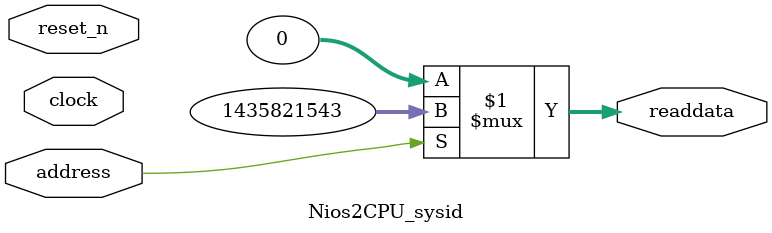
<source format=v>

`timescale 1ns / 1ps
// synthesis translate_on

// turn off superfluous verilog processor warnings 
// altera message_level Level1 
// altera message_off 10034 10035 10036 10037 10230 10240 10030 

module Nios2CPU_sysid (
               // inputs:
                address,
                clock,
                reset_n,

               // outputs:
                readdata
             )
;

  output  [ 31: 0] readdata;
  input            address;
  input            clock;
  input            reset_n;

  wire    [ 31: 0] readdata;
  //control_slave, which is an e_avalon_slave
  assign readdata = address ? 1435821543 : 0;

endmodule




</source>
